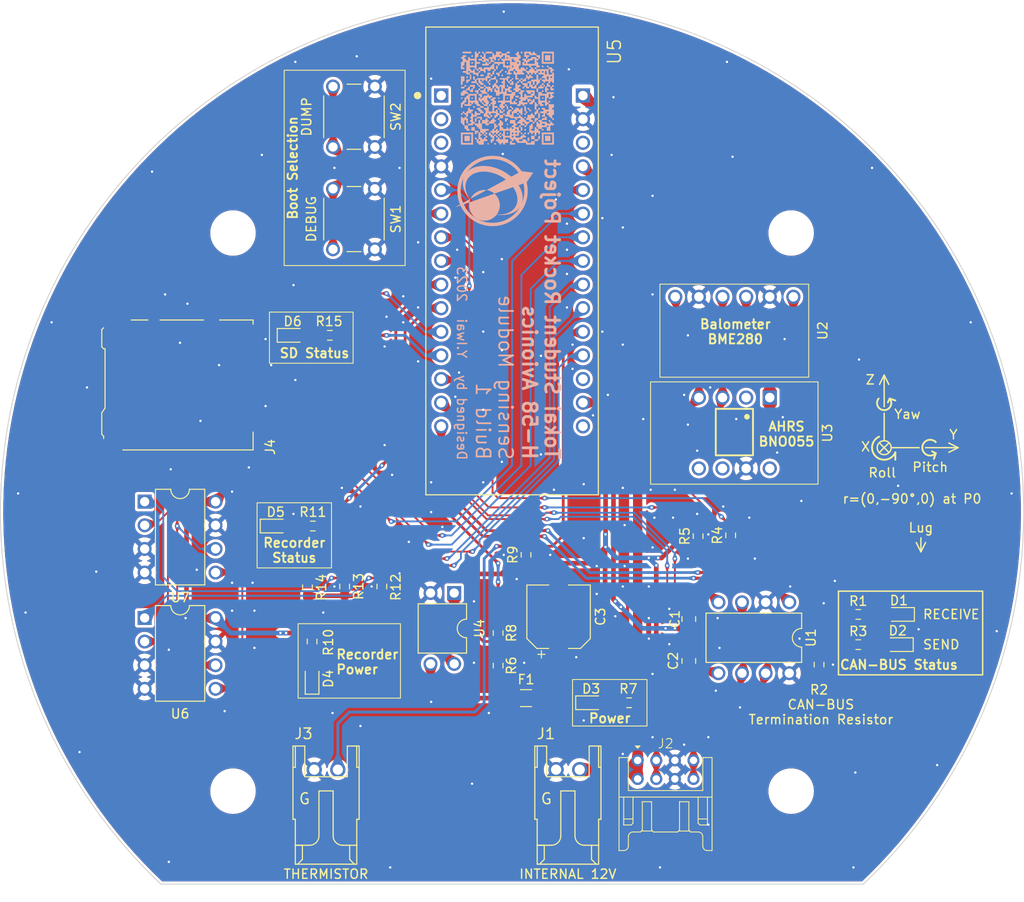
<source format=kicad_pcb>
(kicad_pcb (version 20221018) (generator pcbnew)
  (layers (0 "F.Cu" signal) (31 "B.Cu" signal) (34 "B.Paste" user) (35 "F.Paste" user) (36 "B.SilkS" user "B.Silkscreen") (37 "F.SilkS" user "F.Silkscreen") (38 "B.Mask" user) (39 "F.Mask" user) (44 "Edge.Cuts" user))
  (net 0 "")
  (net 1 "CAN_H")
  (net 2 "GND")
  (net 3 "+5V")
  (net 4 "+3.3V")
  (net 5 "CAN_L")
  (net 6 "CAN_TX")
  (net 7 "CAN_RX")
  (net 8 "+12V")
  (net 9 "Net-(D3-A)")
  (net 10 "Net-(D2-A)")
  (net 14 "Net-(R11-Pad1)")
  (net 15 "Net-(D1-A)")
  (net 18 "THERMISTOR")
  (net 19 "SPI_SCLK")
  (net 20 "SPI_MOSI")
  (net 21 "SPI_MISO")
  (net 22 "SPI_CS_SD")
  (net 23 "SPI_CS_FRAM1")
  (net 24 "SPI_CS_FRAM0")
  (net 25 "Net-(F1-Pad2)")
  (net 26 "Net-(D4-A)")
  (net 27 "MEMORY_POWER_CONTROL")
  (net 28 "MEMORY_POWER")
  (net 29 "I2C_SDA")
  (net 30 "I2C_SCL")
  (net 31 "Net-(D5-A)")
  (net 32 "Net-(D6-A)")
  (net 33 "SD_STATUS")
  (net 34 "CAN_SEND_STATUS")
  (net 35 "CAN_RECEIVE_STATUS")
  (net 41 "RECORD_STATUS")
  (net 42 "SD_CHECK")
  (net 45 "DEBUG_MODE")
  (net 46 "DUMP_MODE")
  (footprint "Resistor_SMD:R_0603_1608Metric_Pad0.98x0.95mm_HandSolder" (layer "F.Cu") (at 185.7125 116)
    (fp_text reference "R1")
    (fp_text value "100Ω")
  )
  (footprint "Resistor_SMD:R_0603_1608Metric_Pad0.98x0.95mm_HandSolder" (layer "F.Cu") (at 130.5 113 90)
    (fp_text reference "R13")
    (fp_text value "4.7kΩ")
  )
  (footprint "Akizuki_BME280_Module:BME280" (layer "F.Cu") (at 180.39 90.5 180)
    (fp_text reference "U2")
    (fp_text value "~")
  )
  (footprint "Package_DIP:DIP-8_W7.62mm" (layer "F.Cu") (at 178.3 114.7 -90)
    (fp_text reference "U1")
    (fp_text value "MCP2562-E-P")
  )
  (footprint "Button_Switch_THT:SW_PUSH_6mm" (layer "F.Cu") (at 133.75 70.25 -90)
    (fp_text reference "SW1")
    (fp_text value "SW_Push")
  )
  (footprint "LED_SMD:LED_0603_1608Metric_Pad1.05x0.95mm_HandSolder" (layer "F.Cu") (at 123.0875 106.5)
    (fp_text reference "D5")
    (fp_text value "GREEN")
  )
  (footprint "Resistor_SMD:R_0603_1608Metric_Pad0.98x0.95mm_HandSolder" (layer "F.Cu") (at 161.0875 125.5 180)
    (fp_text reference "R7")
    (fp_text value "2kΩ")
  )
  (footprint "LED_SMD:LED_0603_1608Metric_Pad1.05x0.95mm_HandSolder" (layer "F.Cu") (at 124.9125 86)
    (fp_text reference "D6")
    (fp_text value "GREEN")
  )
  (footprint "Resistor_SMD:R_0603_1608Metric_Pad0.98x0.95mm_HandSolder" (layer "F.Cu") (at 126.5 113.0875 90)
    (fp_text reference "R14")
    (fp_text value "4.7kΩ")
  )
  (footprint "Resistor_SMD:R_0603_1608Metric_Pad0.98x0.95mm_HandSolder" (layer "F.Cu") (at 128.9125 86 180)
    (fp_text reference "R15")
    (fp_text value "300Ω")
  )
  (footprint "Resistor_SMD:R_0603_1608Metric_Pad0.98x0.95mm_HandSolder" (layer "F.Cu") (at 127.0875 106.5 180)
    (fp_text reference "R11")
    (fp_text value "300Ω")
  )
  (footprint "MountingHole:MountingHole_4.5mm" (layer "F.Cu") (at 118.5 75)
    (fp_text reference "REF**" hide)
    (fp_text value "MountingHole_4.5mm" hide)
  )
  (footprint "MountingHole:MountingHole_4.5mm" (layer "F.Cu") (at 118.5 135)
    (fp_text reference "REF**" hide)
    (fp_text value "MountingHole_4.5mm" hide)
  )
  (footprint "Capacitor_SMD:C_0805_2012Metric_Pad1.18x1.45mm_HandSolder" (layer "F.Cu") (at 167.5 116.5 90)
    (fp_text reference "C1")
    (fp_text value "0.1μF")
  )
  (footprint "LED_SMD:LED_0603_1608Metric_Pad1.05x0.95mm_HandSolder" (layer "F.Cu") (at 189.9625 119.25 180)
    (fp_text reference "D2")
    (fp_text value "ORANGE")
  )
  (footprint "MountingHole:MountingHole_4.5mm" (layer "F.Cu") (at 178.5 135)
    (fp_text reference "REF**" hide)
    (fp_text value "MountingHole_4.5mm" hide)
  )
  (footprint "Resistor_SMD:R_0603_1608Metric_Pad0.98x0.95mm_HandSolder" (layer "F.Cu") (at 185.7125 119.25)
    (fp_text reference "R3")
    (fp_text value "100Ω")
  )
  (footprint "Button_Switch_THT:SW_PUSH_6mm" (layer "F.Cu") (at 133.75 59.25 -90)
    (fp_text reference "SW2")
    (fp_text value "SW_Push")
  )
  (footprint "Resistor_SMD:R_0603_1608Metric_Pad0.98x0.95mm_HandSolder" (layer "F.Cu") (at 147 121.5 -90)
    (fp_text reference "R6")
    (fp_text value "120Ω")
  )
  (footprint "MountingHole:MountingHole_4.5mm" (layer "F.Cu") (at 178.5 75)
    (fp_text reference "REF**" hide)
    (fp_text value "MountingHole_4.5mm" hide)
  )
  (footprint "Package_DIP:DIP-4_W7.62mm" (layer "F.Cu") (at 142.275 113.7 -90)
    (fp_text reference "U4")
    (fp_text value "TLP222A")
  )
  (footprint "LED_SMD:LED_0603_1608Metric_Pad1.05x0.95mm_HandSolder" (layer "F.Cu") (at 190.0875 116 180)
    (fp_text reference "D1")
    (fp_text value "ORANGE")
  )
  (footprint "Capacitor_SMD:C_0805_2012Metric_Pad1.18x1.45mm_HandSolder" (layer "F.Cu") (at 167.5 121 90)
    (fp_text reference "C2")
    (fp_text value "0.1μF")
  )
  (footprint "Resistor_SMD:R_0603_1608Metric_Pad0.98x0.95mm_HandSolder" (layer "F.Cu") (at 181.5 121.4 90)
    (fp_text reference "R2")
    (fp_text value "120R1/4W")
  )
  (footprint "Resistor_SMD:R_0603_1608Metric_Pad0.98x0.95mm_HandSolder" (layer "F.Cu") (at 150 109.5875 90)
    (fp_text reference "R9")
    (fp_text value "10kΩ")
  )
  (footprint "Resistor_SMD:R_0603_1608Metric_Pad0.98x0.95mm_HandSolder" (layer "F.Cu") (at 172 107.5 90)
    (fp_text reference "R4")
    (fp_text value "10kΩ")
  )
  (footprint "Hirose_Connector:Hirose_DF1B" (layer "F.Cu") (at 153.23 132.69)
    (fp_text reference "J1")
    (fp_text value "Conn_01x02")
  )
  (footprint "LED_SMD:LED_0603_1608Metric_Pad1.05x0.95mm_HandSolder" (layer "F.Cu") (at 157 125.5)
    (fp_text reference "D3")
    (fp_text value "RED")
  )
  (footprint "Akizuki_BNO055_Module:BNO055" (layer "F.Cu") (at 181.26 96.5 -90)
    (fp_text reference "U3")
    (fp_text value "~")
  )
  (footprint "NUCLEO-F303K8:MODULE_NUCLEO-F303K8" (layer "F.Cu") (at 148.5 78)
    (fp_text reference "U5")
    (fp_text value "NUCLEO-F303K8")
  )
  (footprint "Resistor_SMD:R_0603_1608Metric_Pad0.98x0.95mm_HandSolder" (layer "F.Cu") (at 134.5 113 90)
    (fp_text reference "R12")
    (fp_text value "4.7kΩ")
  )
  (footprint "Package_DIP:DIP-8_W7.62mm" (layer "F.Cu") (at 109 116.38)
    (fp_text reference "U6")
    (fp_text value "MB85RS2MT")
  )
  (footprint "Fuse:Fuse_1206_3216Metric_Pad1.42x1.75mm_HandSolder" (layer "F.Cu") (at 150 125 180)
    (fp_text reference "F1")
    (fp_text value "Polyfuse")
  )
  (footprint "Hirose_Connector:Hirose_DF11B-8DP-2DS" (layer "F.Cu") (at 162 131.69)
    (fp_text reference "J2")
    (fp_text value "Conn_01x08")
  )
  (footprint "Resistor_SMD:R_0603_1608Metric_Pad0.98x0.95mm_HandSolder" (layer "F.Cu") (at 168.5 107.5875 90)
    (fp_text reference "R5")
    (fp_text value "10kΩ")
  )
  (footprint "Hirose_Connector:Hirose_DF1B" (layer "F.Cu") (at 127.23 132.69)
    (fp_text reference "J3")
    (fp_text value "Conn_01x02_Pin")
  )
  (footprint "LED_SMD:LED_0603_1608Metric_Pad1.05x0.95mm_HandSolder" (layer "F.Cu") (at 127 122.9125 90)
    (fp_text reference "D4")
    (fp_text value "RED")
  )
  (footprint "Capacitor_SMD:CP_Elec_6.3x7.7" (layer "F.Cu") (at 153.5 116.25 90)
    (fp_text reference "C3")
    (fp_text value "100μF")
  )
  (footprint "Resistor_SMD:R_0603_1608Metric_Pad0.98x0.95mm_HandSolder" (layer "F.Cu") (at 147 118 -90)
    (fp_text reference "R8")
    (fp_text value "120Ω")
  )
  (footprint "Package_DIP:DIP-8_W7.62mm" (layer "F.Cu") (at 109 103.88)
    (fp_text reference "U7")
    (fp_text value "MB85RS2MT")
  )
  (footprint "Resistor_SMD:R_0603_1608Metric_Pad0.98x0.95mm_HandSolder" (layer "F.Cu") (at 127 118.9125 -90)
    (fp_text reference "R10")
    (fp_text value "300Ω")
  )
  (footprint "Connector_Card:microSD_HC_Hirose_DM3AT-SF-PEJM5" (layer "F.Cu") (at 112.775 91.325 -90)
    (fp_text reference "J4")
    (fp_text value "Micro_SD_Card_Det_Hirose_DM3AT")
  )
  (footprint "LOGO" (layer "B.Cu") (at 148 60.5 90)
    (fp_text reference "G***" hide)
    (fp_text value "LOGO" hide)
  )
  (footprint "LOGO" (layer "B.Cu") (at 146.5 70.5 90)
    (fp_text reference "G***" hide)
    (fp_text value "LOGO" hide)
  )
  (gr_line (start 192.45 109.275) (end 191.95 108.275) (stroke (width 0.153)) (layer "F.SilkS"))
  (gr_rect (start 155 123) (end 163 128) (stroke (width 0.1)) (fill none) (layer "F.SilkS"))
  (gr_rect (start 170.4 93.9) (end 174.4 98.9) (stroke (width 0.2)) (fill none) (layer "F.SilkS"))
  (gr_line (start 189.25 98.075) (end 192.251472 98.075) (stroke (width 0.153)) (layer "F.SilkS"))
  (gr_line (start 188.5 97.325) (end 188.5 94.375) (stroke (width 0.153)) (layer "F.SilkS"))
  (gr_arc (start 189.1 92.8) (mid 188.5 94.040261) (end 187.9 92.8) (stroke (width 0.2)) (layer "F.SilkS"))
  (gr_line (start 193.848528 99.275) (end 194.048528 98.675) (stroke (width 0.2)) (layer "F.SilkS"))
  (gr_line (start 188.5 90.275) (end 188 91.275) (stroke (width 0.153)) (layer "F.SilkS"))
  (gr_line (start 193.648528 98.475) (end 194.048528 98.675) (stroke (width 0.2)) (layer "F.SilkS"))
  (gr_rect (start 122.4125 83.5) (end 131.4125 89) (stroke (width 0.1)) (fill none) (layer "F.SilkS"))
  (gr_circle (center 188.5 98.075) (end 189.25 98.075) (stroke (width 0.153)) (fill none) (layer "F.SilkS"))
  (gr_line (start 188.5 90.275) (end 189 91.275) (stroke (width 0.153)) (layer "F.SilkS"))
  (gr_line (start 189.7 98.575) (end 189.7 99.375) (stroke (width 0.2)) (layer "F.SilkS"))
  (gr_rect (start 121.0875 104) (end 129.0875 111) (stroke (width 0.1)) (fill none) (layer "F.SilkS"))
  (gr_line (start 196.448528 98.075) (end 195.448528 97.575) (stroke (width 0.153)) (layer "F.SilkS"))
  (gr_line (start 189.1 92.8) (end 189.7 93) (stroke (width 0.2)) (layer "F.SilkS"))
  (gr_line (start 188.5 93.675) (end 188.5 90.275) (stroke (width 0.153)) (layer "F.SilkS"))
  (gr_arc (start 189.7 98.575) (mid 187.597658 99.010272) (end 187.954635 96.89327) (stroke (width 0.2)) (layer "F.SilkS"))
  (gr_rect (start 183.5875 113.5) (end 199.0875 122.5) (stroke (width 0.153)) (fill none) (layer "F.SilkS"))
  (gr_circle (center 173.75 94.75) (end 173.95 94.75) (stroke (width 0.2)) (fill solid) (layer "F.SilkS"))
  (gr_line (start 189.1 92.8) (end 188.9 93.2) (stroke (width 0.2)) (layer "F.SilkS"))
  (gr_line (start 196.448528 98.075) (end 195.448528 98.575) (stroke (width 0.153)) (layer "F.SilkS"))
  (gr_rect (start 124 57.5) (end 137 78.5) (stroke (width 0.1)) (fill none) (layer "F.SilkS"))
  (gr_line (start 189 97.575) (end 188 98.575) (stroke (width 0.153)) (layer "F.SilkS"))
  (gr_line (start 192.45 107.775) (end 192.45 109.275) (stroke (width 0.153)) (layer "F.SilkS"))
  (gr_rect (start 125.5 117) (end 136.5 125) (stroke (width 0.1)) (fill none) (layer "F.SilkS"))
  (gr_line (start 188 97.575) (end 189 98.575) (stroke (width 0.153)) (layer "F.SilkS"))
  (gr_arc (start 194.048528 98.675) (mid 192.6 98.075) (end 194.048528 97.475) (stroke (width 0.2)) (layer "F.SilkS"))
  (gr_line (start 192.45 109.275) (end 192.95 108.275) (stroke (width 0.153)) (layer "F.SilkS"))
  (gr_line (start 192.948528 98.075) (end 196.448528 98.075) (stroke (width 0.153)) (layer "F.SilkS"))
  (gr_arc locked (start 110.75 145) (mid 148.5 49.999432) (end 186.25 145) (stroke (width 0.1)) (layer "Edge.Cuts"))
  (gr_line locked (start 186.25 145) (end 110.75 145) (stroke (width 0.1)) (layer "Edge.Cuts"))
  (gr_text "Designed by 　Y.Iwai 　2023" (at 142.5 99.5 270) (layer "B.SilkS") (effects (font (size 1 1) (thickness 0.153)) (justify left bottom mirror)))
  (gr_text "Tokai Student Rocket Poject\nH-58 Avionics" (at 149.5 99.5 270) (layer "B.SilkS") (effects (font (size 1.5 1.5) (thickness 0.3) bold) (justify left bottom mirror)))
  (gr_text "Sensing Module\nBuild 1" (at 144.5 99.5 270) (layer "B.SilkS") (effects (font (size 1.5 1.5) (thickness 0.1875)) (justify left bottom mirror)))
  (gr_text "Boot Selection\n" (at 125.5 68 90) (layer "F.SilkS") (effects (font (size 1 1) (thickness 0.2) bold) (justify bottom)))
  (gr_text "Recorder\nPower" (at 129.5 122.5) (layer "F.SilkS") (effects (font (size 1 1) (thickness 0.2) bold) (justify left bottom)))
  (gr_text "Pitch" (at 193.448528 100.175) (layer "F.SilkS") (effects (font (size 1 1) (thickness 0.153))))
  (gr_text "SD Status" (at 123.4125 88.5) (layer "F.SilkS") (effects (font (size 1 1) (thickness 0.2) bold) (justify left bottom)))
  (gr_text "RECEIVE" (at 192.5875 116) (layer "F.SilkS") (effects (font (size 1 1) (thickness 0.153)) (justify left)))
  (gr_text "AHRS\nBNO055" (at 178 98) (layer "F.SilkS") (effects (font (size 1 1) (thickness 0.2) bold) (justify bottom)))
  (gr_text "r=(0,-90°,0) at P0" (at 191.5 103.575) (layer "F.SilkS") (effects (font (size 1 1) (thickness 0.153))))
  (gr_text "INTERNAL 12V" (at 154.5 144.5) (layer "F.SilkS") (effects (font (size 1 1) (thickness 0.153)) (justify bottom)))
  (gr_text "Balometer\nBME280" (at 172.5 87) (layer "F.SilkS") (effects (font (size 1 1) (thickness 0.2) bold) (justify bottom)))
  (gr_text "SEND" (at 192.5875 119.25) (layer "F.SilkS") (effects (font (size 1 1) (thickness 0.153)) (justify left)))
  (gr_text "Power" (at 159 127.75) (layer "F.SilkS") (effects (font (size 1 1) (thickness 0.2) bold) (justify bottom)))
  (gr_text "Yaw" (at 191 94.475) (layer "F.SilkS") (effects (font (size 1 1) (thickness 0.153))))
  (gr_text "Y" (at 195.948528 96.675) (layer "F.SilkS") (effects (font (size 1 1) (thickness 0.153))))
  (gr_text "THERMISTOR" (at 128.5 144.5) (layer "F.SilkS") (effects (font (size 1 1) (thickness 0.153)) (justify bottom)))
  (gr_text "DUMP" (at 127 62.5 90) (layer "F.SilkS") (effects (font (size 1 1) (thickness 0.153)) (justify bottom)))
  (gr_text "Recorder\nStatus\n" (at 125.0875 110.5) (layer "F.SilkS") (effects (font (size 1 1) (thickness 0.2) bold) (justify bottom)))
  (gr_text "Lug" (at 192.45 106.675) (layer "F.SilkS") (effects (font (size 1 1) (thickness 0.153))))
  (gr_text "Z" (at 187 90.775) (layer "F.SilkS") (effects (font (size 1 1) (thickness 0.154))))
  (gr_text "Roll" (at 188.3 100.775) (layer "F.SilkS") (effects (font (size 1 1) (thickness 0.153))))
  (gr_text "CAN-BUS Status" (at 190.0875 122) (layer "F.SilkS") (effects (font (size 1 1) (thickness 0.2) bold) (justify bottom)))
  (gr_text "CAN-BUS\nTermination Resistor" (at 181.7 126.5) (layer "F.SilkS") (effects (font (size 1 1) (thickness 0.153))))
  (gr_text "DEBUG" (at 127.5 73.5 90) (layer "F.SilkS") (effects (font (size 1 1) (thickness 0.153)) (justify bottom)))
  (gr_text "X" (at 186.5 97.975) (layer "F.SilkS") (effects (font (size 1 1) (thickness 0.153))))
  (segment (start 175.76 123.24) (end 175.76 122.32) (width 0.2) (layer "F.Cu") (net 1))
  (segment (start 175.76 122.32) (end 175.76 121.34) (width 0.2) (layer "F.Cu") (net 1))
  (segment (start 172.365686 124.9) (end 174.1 124.9) (width 0.2) (layer "F.Cu") (net 1))
  (segment (start 174.1 124.9) (end 175.76 123.24) (width 0.2) (layer "F.Cu") (net 1))
  (segment (start 168 129.265686) (end 172.365686 124.9) (width 0.2) (layer "F.Cu") (net 1))
  (segment (start 168 131.69) (end 168 129.265686) (width 0.2) (layer "F.Cu") (net 1))
  (segment (start 180.8125 122.3125) (end 181.5 122.3125) (width 0.2) (layer "F.Cu") (net 1))
  (segment (start 176.7 120.4) (end 178.9 120.4) (width 0.2) (layer "F.Cu") (net 1))
  (segment (start 178.9 120.4) (end 180.8125 122.3125) (width 0.2) (layer "F.Cu") (net 1))
  (segment (start 168 133.69) (end 168 131.69) (width 0.2) (layer "F.Cu") (net 1))
  (segment (start 175.76 121.34) (end 176.7 120.4) (width 0.2) (layer "F.Cu") (net 1))
  (via (at 157.6 110.8) (size 0.51) (drill 0.25) (layers "F.Cu" "B.Cu") (net 2))
  (via (at 179.4 118.6) (size 0.51) (drill 0.25) (layers "F.Cu" "B.Cu") (net 2))
  (via (at 177.6 94.8) (size 0.51) (drill 0.25) (layers "F.Cu" "B.Cu") (net 2))
  (via (at 145.4 85.6) (size 0.51) (drill 0.25) (layers "F.Cu" "B.Cu") (net 2))
  (via (at 163.8 105.6) (size 0.51) (drill 0.25) (layers "F.Cu" "B.Cu") (net 2))
  (via (at 157.6 113.8) (size 0.51) (drill 0.25) (layers "F.Cu" "B.Cu") (net 2))
  (via (at 136.4 68) (size 0.51) (drill 0.25) (layers "F.Cu" "B.Cu") (net 2))
  (via (at 166 102.6) (size 0.51) (drill 0.25) (layers "F.Cu" "B.Cu") (net 2))
  (via (at 165.4 115.4) (size 0.51) (drill 0.25) (layers "F.Cu" "B.Cu") (net 2))
  (via (at 133.4 113) (size 0.51) (drill 0.25) (layers "F.Cu" "B.Cu") (net 2))
  (via (at 135.6 101) (size 0.51) (drill 0.25) (layers "F.Cu" "B.Cu") (net 2))
  (via (at 173 126) (size 0.51) (drill 0.25) (layers "F.Cu" "B.Cu") (net 2))
  (via (at 131.8 56) (size 0.51) (drill 0.25) (layers "F.Cu" "B.Cu") (net 2))
  (via (at 156.2 127.4) (size 0.51) (drill 0.25) (layers "F.Cu" "B.Cu") (net 2))
  (via (at 136.4 111.6) (size 0.51) (drill 0.25) (layers "F.Cu" "B.Cu") (net 2))
  (via (at 138.4 76) (size 0.51) (drill 0.25) (layers "F.Cu" "B.Cu") (net 2))
  (via (at 103.8 111.4) (size 0.51) (drill 0.25) (layers "F.Cu" "B.Cu") (net 2))
  (via (at 147.4 99.6) (size 0.51) (drill 0.25) (layers "F.Cu" "B.Cu") (net 2))
  (via (at 163.6 108.8) (size 0.51) (drill 0.25) (layers "F.Cu" "B.Cu") (net 2))
  (via (at 142.4 79.8) (size 0.51) (drill 0.25) (layers "F.Cu" "B.Cu") (net 2))
  (via (at 155.4 120.6) (size 0.51) (drill 0.25) (layers "F.Cu" "B.Cu") (net 2))
  (via (at 158.2 85.6) (size 0.51) (drill 0.25) (layers "F.Cu" "B.Cu") (net 2))
  (via (at 164.4 143.2) (size 0.51) (drill 0.25) (layers "F.Cu" "B.Cu") (net 2))
  (via (at 170.6 116.4) (size 0.51) (drill 0.25) (layers "F.Cu" "B.Cu") (net 2))
  (via (at 170.4 124.2) (size 0.51) (drill 0.25) (layers "F.Cu" "B.Cu") (net 2))
  (via (at 163.6 129.2) (size 0.51) (drill 0.25) (layers "F.Cu" "B.Cu") (net 2))
  (via (at 156.2 107.8) (size 0.51) (drill 0.25) (layers "F.Cu" "B.Cu") (net 2))
  (via (at 169.8 91.6) (size 0.51) (drill 0.25) (layers "F.Cu" "B.Cu") (net 2))
  (via (at 122 86.4) (size 0.51) (drill 0.25) (layers "F.Cu" "B.Cu") (net 2))
  (via (at 95.4 103) (size 0.51) (drill 0.25) (layers "F.Cu" "B.Cu") (net 2))
  (via (at 146 126.6) (size 0.51) (drill 0.25) (layers "F.Cu" "B.Cu") (net 2))
  (via (at 169.6 138.6) (size 0.51) (drill 0.25) (layers "F.Cu" "B.Cu") (net 2))
  (via (at 167.4 110) (size 0.51) (drill 0.25) (layers "F.Cu" "B.Cu") (net 2))
  (via (at 135 84) (size 0.51) (drill 0.25) (layers "F.Cu" "B.Cu") (net 2))
  (via (at 111.6 142.6) (size 0.51) (drill 0.25) (layers "F.Cu" "B.Cu") (net 2))
  (via (at 142.6 76.8) (size 0.51) (drill 0.25) (layers "F.Cu" "B.Cu") (net 2))
  (via (at 147.5 66.5) (size 0.51) (drill 0.25) (layers "F.Cu" "B.Cu") (net 2))
  (via (at 132.2 104.4) (size 0.51) (drill 0.25) (layers "F.Cu" "B.Cu") (net 2))
  (via (at 170.8 119.6) (size 0.51) (drill 0.25) (layers "F.Cu" "B.Cu") (net 2))
  (via (at 113.4 116.4) (size 0.51) (drill 0.25) (layers "F.Cu" "B.Cu") (net 2))
  (via (at 159.2 66.6) (size 0.51) (drill 0.25) (layers "F.Cu" "B.Cu") (net 2))
  (via (at 129.4 113) (size 0.51) (drill 0.25) (layers "F.Cu" "B.Cu") (net 2))
  (via (at 174.6 110) (size 0.51) (drill 0.25) (layers "F.Cu" "B.Cu") (net 2))
  (via (at 122.6 89.2) (size 0.51) (drill 0.25) (layers "F.Cu" "B.Cu") (net 2))
  (via (at 153.2 71.4) (size 0.51) (drill 0.25) (layers "F.Cu" "B.Cu") (net 2))
  (via (at 145.4 94) (size 0.51) (drill 0.25) (layers "F.Cu" "B.Cu") (net 2))
  (via (at 149 112.2) (size 0.51) (drill 0.25) (layers "F.Cu" "B.Cu") (net 2))
  (via (at 167 130) (size 0.51) (drill 0.25) (layers "F.Cu" "B.Cu") (net 2))
  (via (at 183 121.4) (size 0.51) (drill 0.25) (layers "F.Cu" "B.Cu") (net 2))
  (via (at 158.2 73.4) (size 0.51) (drill 0.25) (layers "F.Cu" "B.Cu") (net 2))
  (via (at 147.4 87.6) (size 0.51) (drill 0.25) (layers "F.Cu" "B.Cu") (net 2))
  (via (at 142.4 92.6) (size 0.51) (drill 0.25) (layers "F.Cu" "B.Cu") (net 2))
  (via (at 163.2 113) (size 0.51) (drill 0.25) (layers "F.Cu" "B.Cu") (net 2))
  (via (at 174 105.6) (size 0.51) (drill 0.25) (layers "F.Cu" "B.Cu") (net 2))
  (via (at 185.8 88.6) (size 0.51) (drill 0.25) (layers "F.Cu" "B.Cu") (net 2))
  (via (at 120.8 115.6) (size 0.51) (drill 0.25) (layers "F.Cu" "B.Cu") (net 2))
  (via (at 190 102.175) (size 0.51) (drill 0.25) (layers "F.Cu" "B.Cu") (net 2))
  (via (at 163.6 122.4) (size 0.51) (drill 0.25) (layers "F.Cu" "B.Cu") (net 2))
  (via (at 118.4 115.6) (size 0.51) (drill 0.25) (layers "F.Cu" "B.Cu") (net 2))
  (via (at 137.4 108.2) (size 0.51) (drill 0.25) (layers "F.Cu" "B.Cu") (net 2))
  (via (at 152.6 109.6) (size 0.51) (drill 0.25) (layers "F.Cu" "B.Cu") (net 2))
  (via (at 169.6 107.4) (size 0.51) (drill 0.25) (layers "F.Cu" "B.Cu") (net 2))
  (via (at 117 89.2) (size 0.51) (drill 0.25) (layers "F.Cu" "B.Cu") (net 2))
  (via (at 154.4 76.8) (size 0.51) (drill 0.25) (layers "F.Cu" "B.Cu") (net 2))
  (via (at 163.6 71) (size 0.51) (drill 0.25) (layers "F.Cu" "B.Cu") (net 2))
  (via (at 111.6 119.8) (size 0.51) (drill 0.25) (layers "F.Cu" "B.Cu") (net 2))
  (via (at 160.4 102.4) (size 0.51) (drill 0.25) (layers "F.Cu" "B.Cu") (net 2))
  (via (at 160.4 131) (size 0.51) (drill 0.25) (layers "F.Cu" "B.Cu") (net 2))
  (via (at 141 106.6) (size 0.51) (drill 0.25) (layers "F.Cu" "B.Cu") (net 2))
  (via (at 163.6 81.6) (size 0.51) (drill 0.25) (layers "F.Cu" "B.Cu") (net 2))
  (via (at 154.4 74) (size 0.51) (drill 0.25) (layers "F.Cu" "B.Cu") (net 2))
  (via (at 154.4 79.4) (size 0.51) (drill 0.25) (layers "F.Cu" "B.Cu") (net 2))
  (via (at 159.6 116.2) (size 0.51) (drill 0.25) (layers "F.Cu" "B.Cu") (net 2))
  (via (at 167.4 86) (size 0.51) (drill 0.25) (layers "F.Cu" "B.Cu") (net 2))
  (via (at 121.6 66.6) (size 0.51) (drill 0.25) (layers "F.Cu" "B.Cu") (net 2))
  (via (at 139.8 125.4) (size 0.51) (drill 0.25) (layers "F.Cu" "B.Cu") (net 2))
  (via (at 111.8 100.4) (size 0.51) (drill 0.25) (layers "F.Cu" "B.Cu") (net 2))
  (via (at 118.4 102.8) (size 0.51) (drill 0.25) (layers "F.Cu" "B.Cu") (net 2))
  (via (at 165.8 105.6) (size 0.51) (drill 0.25) (layers "F.Cu" "B.Cu") (net 2))
  (via (at 113.6 82.6) (size 0.51) (drill 0.25) (layers "F.Cu" "B.Cu") (net 2))
  (via (at 160.4 113) (size 0.51) (drill 0.25) (layers "F.Cu" "B.Cu") (net 2))
  (via (at 139.8 58.4) (size 0.51) (drill 0.25) (layers "F.Cu" "B.Cu") (net 2))
  (via (at 136.8 84.6) (size 0.51) (drill 0.25) (layers "F.Cu" "B.Cu") (net 2))
  (via (at 169.6 129.2) (size 0.51) (drill 0.25) (layers "F.Cu" "B.Cu") (net 2))
  (via (at 153 102.6) (size 0.51) (drill 0.25) (layers "F.Cu" "B.Cu") (net 2))
  (via (at 149.8 121.2) (size 0.51) (drill 0.25) (layers "F.Cu" "B.Cu") (net 2))
  (via (at 118.4 112.6) (size 0.51) (drill 0.25) (layers "F.Cu" "B.Cu") (net 2))
  (via (at 112.8 86.8) (size 0.51) (drill 0.25) (layers "F.Cu" "B.Cu") (net 2))
  (via (at 174.8 86.4) (size 0.51) (drill 0.25) (layers "F.Cu" "B.Cu") (net 2))
  (via (at 147.4 77.8) (size 0.51) (drill 0.25) (layers "F.Cu" "B.Cu") (net 2))
  (via (at 132.2 128) (size 0.51) (drill 0.25) (layers "F.Cu" "B.Cu") (net 2))
  (via (at 154.4 83) (size 0.51) (drill 0.25) (layers "F.Cu" "B.Cu") (net 2))
  (via (at 122 93.6) (size 0.51) (drill 0.25) (layers "F.Cu" "B.Cu") (net 2))
  (via (at 125.2 56.6) (size 0.51) (drill 0.25) (layers "F.Cu" "B.Cu") (net 2))
  (via (at 111.2 81.6) (size 0.51) (drill 0.25) (layers "F.Cu" "B.Cu") (net 2))
  (via (at 139.8 105) (size 0.51) (drill 0.25) (layers "F.Cu" "B.Cu") (net 2))
  (via (at 183.2 112.4) (size 0.51) (drill 0.25) (layers "F.Cu" "B.Cu") (net 2))
  (via (at 179.6 103.8) (size 0.51) (drill 0.25) (layers "F.Cu" "B.Cu") (net 2))
  (via (at 160.4 74.4) (size 0.51) (drill 0.25) (layers "F.Cu" "B.Cu") (net 2))
  (via (at 160.4 87) (size 0.51) (drill 0.25) (layers "F.Cu" "B.Cu") (net 2))
  (via (at 177.8 86.4) (size 0.51) (drill 0.25) (layers "F.Cu" "B.Cu") (net 2))
  (via (at 102 130.8) (size 0.51) (drill 0.25) (layers "F.Cu" "B.Cu") (net 2))
  (via (at 154.6 57.4) (size 0.51) (drill 0.25) (layers "F.Cu" "B.Cu") (net 2))
  (via (at 144.2 134.2) (size 0.51) (drill 0.25) (layers "F.Cu" "B.Cu") (net 2))
  (via (at 171.2 104.4) (size 0.51) (drill 0.25) (layers "F.Cu" "B.Cu") (net 2))
  (via (at 130.2 102.4) (size 0.51) (drill 0.25) (layers "F.Cu" "B.Cu") (net 2))
  (via (at 194.2 132.2) (size 0.51) (drill 0.25) (layers "F.Cu" "B.Cu") (net 2))
  (via (at 160.6 110.8) (size 0.51) (drill 0.25) (layers "F.Cu" "B.Cu") (net 2))
  (via (at 134.8 97.8) (size 0.51) (drill 0.25) (layers "F.Cu" "B.Cu") (net 2))
  (via (at 167 92.4) (size 0.51) (drill 0.25) (layers "F.Cu" "B.Cu") (net 2))
  (via (at 163.2 116.4) (size 0.51) (drill 0.25) (layers "F.Cu" "B.Cu") (net 2))
  (via (at 147.6 109.6) (size 0.51) (drill 0.25) (layers "F.Cu" "B.Cu") (net 2))
  (via (at 102.8 91.6) (size 0.51) (drill 0.25) (layers "F.Cu" "B.Cu") (net 2))
  (via (at 155 87) (size 0.51) (drill 0.25) (layers "F.Cu" "B.Cu") (net 2))
  (via (at 151.6 98.8) (size 0.51) (drill 0.25) (layers "F.Cu" "B.Cu") (net 2))
  (via (at 151.6 88.2) (size 0.51) (drill 0.25) (layers "F.Cu" "B.Cu") (net 2))
  (via (at 139.8 101.8) (size 0.51) (drill 0.25) (layers "F.Cu" "B.Cu") (net 2))
  (via (at 167.4 95.6) (size 0.51) (drill 0.25) (layers "F.Cu" "B.Cu") (net 2))
  (via (at 142.8 90) (size 0.51) (drill 0.25) (layers "F.Cu" "B.Cu") (net 2))
  (via (at 163.2 118.6) (size 0.51) (drill 0.25) (layers "F.Cu" "B.Cu") (net 2))
  (via (at 172.2 66.8) (size 0.51) (drill 0.25) (layers "F.Cu" "B.Cu") (net 2))
  (via (at 144.4 114.6) (size 0.51) (drill 0.25) (layers "F.Cu" "B.Cu") (net 2))
  (via (at 96.2 115.8) (size 0.51) (drill 0.25) (layers "F.Cu" "B.Cu") (net 2))
  (via (at 109.8 68.4) (size 0.51) (drill 0.25) (layers "F.Cu" "B.Cu") (net 2))
  (via (at 129.2 126.6) (size 0.51) (drill 0.25) (layers "F.Cu" "B.Cu") (net 2))
  (via (at 163.4 102.6) (size 0.51) (drill 0.25) (layers "F.Cu" "B.Cu") (net 2))
  (via (at 162.6 95) (size 0.51) (drill 0.25) (layers "F.Cu" "B.Cu") (net 2))
  (via (at 144.4 121.2) (size 0.51) (drill 0.25) (layers "F.Cu" "B.Cu") (net 2))
  (via (at 200.6 117.8) (size 0.51) (drill 0.25) (layers "F.Cu" "B.Cu") (net 2))
  (via (at 135.4 143.2) (size 0.51) (drill 0.25) (layers "F.Cu" "B.Cu") (net 2))
  (via (at 145.4 79.2) (size 0.51) (drill 0.25) (layers "F.Cu" "B.Cu") (net 2))
  (via (at 136.8 81.8) (size 0.51) (drill 0.25) (layers "F.Cu" "B.Cu") (net 2))
  (via (at 145.4 101.8) (size 0.51) (drill 0.25) (layers "F.Cu" "B.Cu") (net 2))
  (via (at 125 80.6) (size 0.51) (drill 0.25) (layers "F.Cu" "B.Cu") (net 2))
  (via (at 197.8 84.6) (size 0.51) (drill 0.25) (layers "F.Cu" "B.Cu") (net 2))
  (via (at 114.6 111.2) (size 0.51) (drill 0.25) (layers "F.Cu" "B.Cu") (net 2))
  (via (at 117.6 126.4) (size 0.51) (drill 0.25) (layers "F.Cu" "B.Cu") (net 2))
  (via (at 185.2 143.2) (size 0.51) (drill 0.25) (layers "F.Cu" "B.Cu") (net 2))
  (via (at 168.4 98.4) (size 0.51) (drill 0.25) (layers "F.Cu" "B.Cu") (net 2))
  (via (at 120.6 112.6) (size 0.51) (drill 0.25) (layers "F.Cu" "B.Cu") (net 2))
  (via (at 125 105.2) (size 0.51) (drill 0.25) (layers "F.Cu" "B.Cu") (net 2))
  (via (at 155 89.6) (size 0.51) (drill 0.25) (layers "F.Cu" "B.Cu") (net 2))
  (via (at 202.2 103) (size 0.51) (drill 0.25) (layers "F.Cu" "B.Cu") (net 2))
  (via (at 171.6 56.6) (size 0.51) (drill 0.25) (layers "F.Cu" "B.Cu") (net 2))
  (via (at 168.4 105.2) (size 0.51) (drill 0.25) (layers "F.Cu" "B.Cu") (net 2))
  (via (at 129.4 68) (size 0.51) (drill 0.25) (layers "F.Cu" "B.Cu") (net 2))
  (via (at 187.2 68) (size 0.51) (drill 0.25) (layers "F.Cu" "B.Cu") (net 2))
  (via (at 120.8 119.6) (size 0.51) (drill 0.25) (layers "F.Cu" "B.Cu") (net 2))
  (via (at 192.2 117.6) (size 0.51) (drill 0.25) (layers "F.Cu" "B.Cu") (net 2))
  (via (at 157.2 94.6) (size 0.51) (drill 0.25) (layers "F.Cu" "B.Cu") (net 2))
  (via (at 165.4 119.2) (size 0.51) (drill 0.25) (layers "F.Cu" "B.Cu") (net 2))
  (via (at 185.4 133) (size 0.51) (drill 0.25) (layers "F.Cu" "B.Cu") (net 2))
  (via (at 120.2 100.2) (size 0.51) (drill 0.25) (layers "F.Cu" "B.Cu") (net 2))
  (via (at 178.4 113) (size 0.51) (drill 0.25) (layers "F.Cu" "B.Cu") (net 2))
  (via (at 182 114.8) (size 0.51) (drill 0.25) (layers "F.Cu" "B.Cu") (net 2))
  (via (at 159.4 60.4) (size 0.51) (drill 0.25) (layers "F.Cu" "B.Cu") (net 2))
  (via (at 99 84.6) (size 0.51) (drill 0.25) (layers "F.Cu" "B.Cu") (net 2))
  (via (at 125.2 90.8) (size 0.51) (drill 0.25) (layers "F.Cu" "B.Cu") (net 2))
  (via (at 138.4 83) (size 0.51) (drill 0.25) (layers "F.Cu" "B.Cu") (net 2))
  (via (at 158.8 92.4) (size 0.51) (drill 0.25) (layers "F.Cu" "B.Cu") (net 2))
  (via (at 172.6 95) (size 0.51) (drill 0.25) (layers "F.Cu" "B.Cu") (net 2))
  (via (at 177 98.6) (size 0.51) (drill 0.25) (layers "F.Cu" "B.Cu") (net 2))
  (via (at 138.4 88.8) (size 0.51) (drill 0.25) (layers "F.Cu" "B.Cu") (net 2))
  (via (at 134.8 87.2) (size 0.51) (drill 0.25) (layers "F.Cu" "B.Cu") (net 2))
  (via (at 115 95.2) (size 0.51) (drill 0.25) (layers "F.Cu" "B.Cu") (net 2))
  (via (at 160.6 106.4) (size 0.51) (drill 0.25) (layers "F.Cu" "B.Cu") (net 2))
  (via (at 128.2 115.8) (size 0.51) (drill 0.25) (layers "F.Cu" "B.Cu") (net 2))
  (via (at 147.6 51.2) (size 0.51) (drill 0.25) (layers "F.Cu" "B.Cu") (net 2))
  (via (at 156.2 102) (size 0.51) (drill 0.25) (layers "F.Cu" "B.Cu") (net 2))
  (segment (start 173.22 116.28) (end 173.22 114.7) (width 0.5) (layer "F.Cu") (net 3))
  (segment (start 159.4 101.4) (end 160 100.8) (width 0.5) (layer "F.Cu") (net 3))
  (segment (start 160 88.6) (end 159.2 87.8) (width 0.5) (layer "F.Cu") (net 3))
  (segment (start 167.5 117.5375) (end 171.9625 117.5375) (width 0.5) (layer "F.Cu") (net 3))
  (segment (start 159.2 87.8) (end 159.2 70.92) (width 0.5) (layer "F.Cu") (net 3))
  (segment (start 165 117.5) (end 167.4625 117.5) (width 0.5) (layer "F.Cu") (net 3))
  (segment (start 159.4 114.4) (end 159.4 101.4) (width 0.5) (layer "F.Cu") (net 3))
  (segment (start 160 100.8) (end 160 88.6) (width 0.5) (layer "F.Cu") (net 3))
  (segment (start 171.9625 117.5375) (end 173.22 116.28) (width 0.5) (layer "F.Cu") (net 3))
  (segment (start 159.6 114.6) (end 159.4 114.4) (width 0.5) (layer "F.Cu") (net 3))
  (segment (start 159.6 114.6) (end 160.2 115.2) (width 0.5) (layer "F.Cu") (net 3))
  (segment (start 159.2 70.92) (end 156.12 67.84) (width 0.5) (layer "F.Cu") (net 3))
  (via (at 160.2 115.2) (size 0.51) (drill 0.25) (layers "F.Cu" "B.Cu") (net 3))
  (via (at 159.6 114.6) (size 0.51) (drill 0.25) (layers "F.Cu" "B.Cu") (net 3))
  (via (at 166 117.5) (size 0.51) (drill 0.25) (layers "F.Cu" "B.Cu") (net 3))
  (via (at 165 117.5) (size 0.51) (drill 0.25) (layers "F.Cu" "B.Cu") (net 3))
  (via (at 159.6 114.6) (size 0.51) (drill 0.25) (layers "F.Cu" "B.Cu") (net 3))
  (segment (start 159.6 114.6) (end 162.5 117.5) (width 0.5) (layer "B.Cu") (net 3))
  (segment (start 162.5 117.5) (end 165 117.5) (width 0.5) (layer "B.Cu") (net 3))
  (segment (start 166 117.5) (end 165 117.5) (width 0.5) (layer "B.Cu") (net 3))
  (segment (start 156.55 118.95) (end 153.5 118.95) (width 0.5) (layer "F.Cu") (net 4))
  (segment (start 158.55 101.05) (end 159.2 100.4) (width 0.5) (layer "F.Cu") (net 4))
  (segment (start 151.4875 120.0125) (end 151.4875 125) (width 0.5) (layer "F.Cu") (net 4))
  (segment (start 164 110.7245) (end 164 120.5375) (width 0.5) (layer "F.Cu") (net 4))
  (segment (start 167.5 122.0375) (end 170.3975 122.0375) (width 0.5) (layer "F.Cu") (net 4))
  (segment (start 158.55 108.75) (end 156.8 110.5) (width 0.5) (layer "F.Cu") (net 4))
  (segment (start 159.2 100.4) (end 159.2 94.6) (width 0.5) (layer "F.Cu") (net 4))
  (segment (start 158.55 108.75) (end 158.5 108.8) (width 0.5) (layer "F.Cu") (net 4))
  (segment (start 157.84 93.24) (end 156.12 93.24) (width 0.5) (layer "F.Cu") (net 4))
  (segment (start 148.502082 110.5) (end 147.352082 111.65) (width 0.5) (layer "F.Cu") (net 4))
  (segment (start 163.201 109.9255) (end 164.5745 109.9255) (width 0.5) (layer "F.Cu") (net 4))
  (segment (start 147.352082 111.65) (end 137.85 111.65) (width 0.5) (layer "F.Cu") (net 4))
  (segment (start 156.8 110.5) (end 148.502082 110.5) (width 0.5) (layer "F.Cu") (net 4))
  (segment (start 164 120.5375) (end 165.5 122.0375) (width 0.5) (layer "F.Cu") (net 4))
  (segment (start 159.2 94.6) (end 157.84 93.24) (width 0.5) (layer "F.Cu") (net 4))
  (segment (start 176.2 85.81) (end 173.66 83.27) (width 0.5) (layer "F.Cu") (net 4))
  (segment (start 153.5 118.95) (end 152.55 118.95) (width 0.5) (layer "F.Cu") (net 4))
  (segment (start 178.4 102.8) (end 178.4 97.4) (width 0.5) (layer "F.Cu") (net 4))
  (segment (start 165.5 122.0375) (end 167.5 122.0375) (width 0.5) (layer "F.Cu") (net 4))
  (segment (start 176.2 85.81) (end 178.74 83.27) (width 0.5) (layer "F.Cu") (net 4))
  (segment (start 152.55 118.95) (end 151.4875 120.0125) (width 0.5) (layer "F.Cu") (net 4))
  (segment (start 176.2 92.69) (end 176.2 85.81) (width 0.5) (layer "F.Cu") (net 4))
  (segment (start 137.85 111.65) (end 135.5 114) (width 0.5) (layer "F.Cu") (net 4))
  (segment (start 158.5 108.8) (end 158.5 117) (width 0.5) (layer "F.Cu") (net 4))
  (segment (start 158.5 117) (end 156.55 118.95) (width 0.5) (layer "F.Cu") (net 4))
  (segment (start 172.7 108.5) (end 178.4 102.8) (width 0.5) (layer "F.Cu") (net 4))
  (segment (start 158.55 108.75) (end 158.55 107.4) (width 0.5) (layer "F.Cu") (net 4))
  (segment (start 176.2 95.2) (end 176.2 92.69) (width 0.5) (layer "F.Cu") (net 4))
  (segment (start 178.4 97.4) (end 176.2 95.2) (width 0.5) (layer "F.Cu") (net 4))
  (segment (start 166 108.5) (end 172.7 108.5) (width 0.5) (layer "F.Cu") (net 4))
  (segment (start 164.5745 109.9255) (end 166 108.5) (width 0.5) (layer "F.Cu") (net 4))
  (segment (start 135.5 114) (end 126.5 114) (width 0.5) (layer "F.Cu") (net 4))
  (segment (start 178.74 83.27) (end 178.74 81.859) (width 0.5) (layer "F.Cu") (net 4))
  (segment (start 173.66 83.27) (end 173.66 81.859) (width 0.5) (layer "F.Cu") (net 4))
  (segment (start 158.55 108.75) (end 158.55 101.05) (width 0.5) (layer "F.Cu") (net 4))
  (via (at 163.201 109.9255) (size 0.51) (drill 0.25) (layers "F.Cu" "B.Cu") (net 4))
  (via (at 164 110.7245) (size 0.51) (drill 0.25) (layers "F.Cu" "B.Cu") (net 4))
  (via (at 158.55 107.4) (size 0.51) (drill 0.25) (layers "F.Cu" "B.Cu") (net 4))
  (via (at 158.55 108.75) (size 0.51) (drill 0.25) (layers "F.Cu" "B.Cu") (net 4))
  (via (at 164.2 109.9255) (size 0.51) (drill 0.25) (layers "F.Cu" "B.Cu") (net 4))
  (segment (start 159.7255 109.9255) (end 163.201 109.9255) (width 0.5) (layer "B.Cu") (net 4))
  (segment (start 163.201 109.9255) (end 164.2 109.9255) (width 0.5) (layer "B.Cu") (net 4))
  (segment (start 158.55 108.75) (end 159.7255 109.9255) (width 0.5) (layer "B.Cu") (net 4))
  (segment (start 158.55 108.75) (end 158.55 107.4) (width 0.5) (layer "B.Cu") (net 4))
  (segment (start 164 110.7245) (end 163.201 109.9255) (width 0.5) (layer "B.Cu") (net 4))
  (segment (start 181.0125 120) (end 174.4 120) (width 0.2) (layer "F.Cu") (net 5))
  (segment (start 165.4 129.1) (end 167.6 129.1) (width 0.2) (layer "F.Cu") (net 5))
  (segment (start 181.5 120.4875) (end 181.0125 120) (width 0.2) (layer "F.Cu") (net 5))
  (segment (start 167.6 129.1) (end 173.22 123.48) (width 0.2) (layer "F.Cu") (net 5))
  (segment (start 174.4 120) (end 173.22 121.18) (width 0.2) (layer "F.Cu") (net 5))
  (segment (start 173.22 123.48) (end 173.22 122.32) (width 0.2) (layer "F.Cu") (net 5))
  (segment (start 164 130.5) (end 165.4 129.1) (width 0.2) (layer "F.Cu") (net 5))
  (segment (start 164 131.69) (end 164 130.5) (width 0.2) (layer "F.Cu") (net 5))
  (segment (start 173.22 121.18) (end 173.22 122.32) (width 0.2) (layer "F.Cu") (net 5))
  (segment (start 164 131.69) (end 164 133.69) (width 0.2) (layer "F.Cu") (net 5))
  (segment (start 166 112.934314) (end 166.165686 113.1) (width 0.2) (layer "F.Cu") (net 6))
  (segment (start 152.152664 105.062447) (end 151.865111 105.35) (width 0.2) (layer "F.Cu") (net 6))
  (segment (start 145.915686 105.35) (end 143.9 103.334314) (width 0.2) (layer "F.Cu") (net 6))
  (segment (start 152.997046 105.062447) (end 152.152664 105.062447) (width 0.2) (layer "F.Cu") (net 6))
  (segment (start 176.7 113.1) (end 178.3 114.7) (width 0.2) (layer "F.Cu") (net 6))
  (segment (start 151.865111 105.35) (end 145.915686 105.35) (width 0.2) (layer "F.Cu") (net 6))
  (segment (start 143.9 103.334314) (end 143.9 80.7) (width 0.2) (layer "F.Cu") (net 6))
  (segment (start 166 110) (end 166 112.934314) (width 0.2) (layer "F.Cu") (net 6))
  (segment (start 166.165686 113.1) (end 176.7 113.1) (width 0.2) (layer "F.Cu") (net 6))
  (via (at 152.997046 105.062447) (size 0.51) (drill 0.25) (layers "F.Cu" "B.Cu") (net 6))
  (via (at 143.9 80.7) (size 0.51) (drill 0.25) (layers "F.Cu" "B.Cu") (net 6))
  (via (at 166 110) (size 0.51) (drill 0.25) (layers "F.Cu" "B.Cu") (net 6))
  (segment (start 143.9 80.7) (end 143.9 71.7) (width 0.2) (layer "B.Cu") (net 6))
  (segment (start 166 110) (end 166 109.434314) (width 0.2) (layer "B.Cu") (net 6))
  (segment (start 153.009599 105.075) (end 152.997046 105.062447) (width 0.2) (layer "B.Cu") (net 6))
  (segment (start 166 109.434314) (end 161.640686 105.075) (width 0.2) (layer "B.Cu") (net 6))
  (segment (start 143.9 71.7) (end 142.58 70.38) (width 0.2) (layer "B.Cu") (net 6))
  (segment (start 161.640686 105.075) (end 153.009599 105.075) (width 0.2) (layer "B.Cu") (net 6))
  (segment (start 142.58 70.38) (end 140.88 70.38) (width 0.2) (layer "B.Cu") (net 6))
  (segment (start 165.177442 110.750018) (end 165.177442 112.677442) (width 0.2) (layer "F.Cu") (net 7))
  (segment (start 142.2 90.7) (end 140.88 90.7) (width 0.2) (layer "F.Cu") (net 7))
  (segment (start 143.5 92) (end 142.2 90.7) (width 0.2) (layer "F.Cu") (net 7))
  (segment (start 165.177442 112.677442) (end 166 113.5) (width 0.2) (layer "F.Cu") (net 7))
  (segment (start 143.5 103.499999) (end 143.5 92) (width 0.2) (layer "F.Cu") (net 7))
  (segment (start 169.48 113.5) (end 170.68 114.7) (width 0.2) (layer "F.Cu") (net 7))
  (segment (start 145.750001 105.75) (end 143.5 103.499999) (width 0.2) (layer "F.Cu") (net 7))
  (segment (start 152.25 105.75) (end 145.750001 105.75) (width 0.2) (layer "F.Cu") (net 7))
  (segment (start 166 113.5) (end 169.48 113.5) (width 0.2) (layer "F.Cu") (net 7))
  (via (at 165.177442 110.750018) (size 0.51) (drill 0.25) (layers "F.Cu" "B.Cu") (net 7))
  (via (at 152.25 105.75) (size 0.51) (drill 0.25) (layers "F.Cu" "B.Cu") (net 7))
  (segment (start 165.177442 110.750018) (end 165.177442 109.177442) (width 0.2) (layer "B.Cu") (net 7))
  (segment (start 153.75 105.5) (end 153.5 105.75) (width 0.2) (layer "B.Cu") (net 7))
  (segment (start 153.5 105.75) (end 152.25 105.75) (width 0.2) (layer "B.Cu") (net 7))
  (segment (start 165.177442 109.177442) (end 161.5 105.5) (width 0.2) (layer "B.Cu") (net 7))
  (segment (start 161.5 105.5) (end 153.75 105.5) (width 0.2) (layer "B.Cu") (net 7))
  (segment (start 162 66.1) (end 156.12 60.22) (width 1) (layer "F.Cu") (net 8))
  (segment (start 162 133.69) (end 162 131.69) (width 1) (layer "F.Cu") (net 8))
  (segment (start 162 88) (end 162 66.1) (width 1) (layer "F.Cu") (net 8))
  (segment (start 155.77 132.69) (end 161 132.69) (width 1) (layer "F.Cu") (net 8))
  (segment (start 162 131.69) (end 162 125.5) (width 1) (layer "F.Cu") (net 8))
  (segment (start 162 125.5) (end 162 101.6) (width 1) (layer "F.Cu") (net 8))
  (segment (start 161.17 88.83) (end 162 88) (width 1) (layer "F.Cu") (net 8))
  (segment (start 161.17 100.77) (end 161.17 88.83) (width 1) (layer "F.Cu") (net 8))
  (segment (start 161 132.69) (end 162 131.69) (width 1) (layer "F.Cu") (net 8))
  (segment (start 162 133.69) (end 161 132.69) (width 1) (layer "F.Cu") (net 8))
  (segment (start 162 101.6) (end 161.17 100.77) (width 1) (layer "F.Cu") (net 8))
  (segment (start 127 119.825) (end 127 122.0375) (width 0.3) (layer "F.Cu") (net 9))
  (segment (start 123.9625 106.5) (end 126.175 106.5) (width 0.3) (layer "F.Cu") (net 10))
  (segment (start 142.275 113.7) (end 142.275 115.775) (width 0.3) (layer "F.Cu") (net 14))
  (segment (start 147 120.5875) (end 147 118.9125) (width 0.3) (layer "F.Cu") (net 14))
  (segment (start 145.4125 118.9125) (end 147 118.9125) (width 0.3) (layer "F.Cu") (net 14))
  (segment (start 142.275 115.775) (end 145.4125 118.9125) (width 0.3) (layer "F.Cu") (net 14))
  (segment (start 125.7875 86) (end 128 86) (width 0.3) (layer "F.Cu") (net 15))
  (segment (start 154 107.5) (end 152.825 108.675) (width 0.3) (layer "F.Cu") (net 18))
  (segment (start 156.12 85.62) (end 154.88 85.62) (width 0.3) (layer "F.Cu") (net 18))
  (segment (start 154.88 85.62) (end 154 86.5) (width 0.3) (layer "F.Cu") (net 18))
  (segment (start 152.825 108.675) (end 150 108.675) (width 0.3) (layer "F.Cu") (net 18))
  (segment (start 154 86.5) (end 154 107.5) (width 0.3) (layer "F.Cu") (net 18))
  (segment (start 146.825 108.675) (end 150 108.675) (width 0.3) (layer "F.Cu") (net 18))
  (via (at 146.825 108.675) (size 0.51) (drill 0.25) (layers "F.Cu" "B.Cu") (net 18))
  (segment (start 131 126.5) (end 129.77 127.73) (width 0.3) (layer "B.Cu") (net 18))
  (segment (start 146.825 108.675) (end 145.5 110) (width 0.3) (layer "B.Cu") (net 18))
  (segment (start 145.5 125.5) (end 144.5 126.5) (width 0.3) (layer "B.Cu") (net 18))
  (segment (start 129.77 127.73) (end 129.77 132.69) (width 0.3) (layer "B.Cu") (net 18))
  (segment (start 145.5 110) (end 145.5 125.5) (width 0.3) (layer "B.Cu") (net 18))
  (segment (start 144.5 126.5) (end 131 126.5) (width 0.3) (layer "B.Cu") (net 18))
  (segment (start 123 92) (end 123 90.7) (width 0.2) (layer "F.Cu") (net 19))
  (segment (start 116.568198 90.931802) (end 117.8 89.7) (width 0.2) (layer "F.Cu") (net 19))
  (segment (start 112.5 106.5) (end 112.5 119) (width 0.2) (layer "F.Cu") (net 19))
  (segment (start 123 90.7) (end 122 89.7) (width 0.2) (layer "F.Cu") (net 19))
  (segment (start 114.96 121.46) (end 116.62 121.46) (width 0.2) (layer "F.Cu") (net 19))
  (segment (start 112.5 102.5) (end 116.568198 98.431802) (width 0.2) (layer "F.Cu") (net 19))
  (segment (start 116.568198 98.431802) (end 116.568198 90.931802) (width 0.2) (layer "F.Cu") (net 19))
  (segment (start 122 89.7) (end 120.5 89.7) (width 0.2) (layer "F.Cu") (net 19))
  (segment (start 139.5 108.5) (end 123 92) (width 0.2) (layer "F.Cu") (net 19))
  (segment (start 112.5 106.5) (end 112.5 102.5) (width 0.2) (layer "F.Cu") (net 19))
  (segment (start 117.8 89.7) (end 120.5 89.7) (width 0.2) (layer "F.Cu") (net 19))
  (segment (start 112.5 119) (end 114.96 121.46) (width 0.2) (layer "F.Cu") (net 19))
  (via (at 139.5 108.5) (size 0.51) (drill 0.25) (layers "F.Cu" "B.Cu") (net 19))
  (via (at 112.5 106.5) (size 0.51) (drill 0.25) (layers "F.Cu" "B.Cu") (net 19))
  (segment (start 142 108.5) (end 150.5 100) (width 0.2) (layer "B.Cu") (net 19))
  (segment (start 112.5 106.5) (end 114.96 108.96) (width 0.2) (layer "B.Cu") (net 19))
  (segment (start 150.5 81) (end 153.5 78) (width 0.2) (layer "B.Cu") (net 19))
  (segment (start 139.5 108.5) (end 142 108.5) (width 0.2) (layer "B.Cu") (net 19))
  (segment (start 114.96 108.96) (end 116.62 108.96) (width 0.2) (layer "B.Cu") (net 19))
  (segment (start 150.5 100) (end 150.5 81) (width 0.2) (layer "B.Cu") (net 19))
  (segment (start 153.5 78) (end 156.12 78) (width 0.2) (layer "B.Cu") (net 19))
  (segment (start 118 111.5) (end 116.62 111.5) (width 0.2) (layer "F.Cu") (net 20))
  (segment (start 135.5 106.012299) (end 121.387701 91.9) (width 0.2) (layer "F.Cu") (net 20))
  (segment (start 119.5 110) (end 118 111.5) (width 0.2) (layer "F.Cu") (net 20))
  (segment (start 118 124) (end 116.62 124) (width 0.2) (layer "F.Cu") (net 20))
  (segment (start 119.5 122.5) (end 118 124) (width 0.2) (layer "F.Cu") (net 20))
  (segment (start 119.5 102.5) (end 119.5 110) (width 0.2) (layer "F.Cu") (net 20))
  (segment (start 118.5 101.5) (end 119.5 102.5) (width 0.2) (layer "F.Cu") (net 20))
  (segment (start 119.6 91.9) (end 118.5 93) (width 0.2) (layer "F.Cu") (net 20))
  (segment (start 120.5 91.9) (end 119.6 91.9) (width 0.2) (layer "F.Cu") (net 20))
  (segment (start 119.5 110) (end 119.5 122.5) (width 0.2) (layer "F.Cu") (net 20))
  (segment (start 118.5 93) (end 118.5 101.5) (width 0.2) (layer "F.Cu") (net 20))
  (segment (start 121.387701 91.9) (end 120.5 91.9) (width 0.2) (layer "F.Cu") (net 20))
  (via (at 135.5 106.012299) (size 0.51) (drill 0.25) (layers "F.Cu" "B.Cu") (net 20))
  (segment (start 148.5 78) (end 153.58 72.92) (width 0.2) (layer "B.Cu") (net 20))
  (segment (start 148.5 100) (end 148.5 78) (width 0.2) (layer "B.Cu") (net 20))
  (segment (start 142.5 106) (end 148.5 100) (width 0.2) (layer "B.Cu") (net 20))
  (segment (start 153.58 72.92) (end 156.12 72.92) (width 0.2) (layer "B.Cu") (net 20))
  (segment (start 135.512299 106) (end 142.5 106) (width 0.2) (layer "B.Cu") (net 20))
  (segment (start 135.5 106.012299) (end 135.512299 106) (width 0.2) (layer "B.Cu") (net 20))
  (segment (start 111.5 102.5) (end 116 98) (width 0.2) (layer "F.Cu") (net 21))
  (segment (start 110.08 106.42) (end 111.5 105) (width 0.2) (layer "F.Cu") (net 21))
  (segment (start 124 89.5) (end 122 87.5) (width 0.2) (layer "F.Cu") (net 21))
  (segment (start 110.58 118.92) (end 111.5 118) (width 0.2) (layer "F.Cu") (net 21))
  (segment (start 140.012299 107.512299) (end 124 91.5) (width 0.2) (layer "F.Cu") (net 21))
  (segment (start 116 98) (end 116 89) (width 0.2) (layer "F.Cu") (net 21))
  (segment (start 116 89) (end 117.5 87.5) (width 0.2) (layer "F.Cu") (net 21))
  (segment (start 117.5 87.5) (end 120.5 87.5) (width 0.2) (layer "F.Cu") (net 21))
  (segment (start 122 87.5) (end 120.5 87.5) (width 0.2) (layer "F.Cu") (net 21))
  (segment (start 111.5 118) (end 111.5 102.5) (width 0.2) (layer "F.Cu") (net 21))
  (segment (start 141 107.512299) (end 140.012299 107.512299) (width 0.2) (layer "F.Cu") (net 21))
  (segment (start 124 91.5) (end 124 89.5) (width 0.2) (layer "F.Cu") (net 21))
  (segment (start 109 118.92) (end 110.58 118.92) (width 0.2) (layer "F.Cu") (net 21))
  (segment (start 109 106.42) (end 110.08 106.42) (width 0.2) (layer "F.Cu") (net 21))
  (via (at 141 107.512299) (size 0.51) (drill 0.25) (layers "F.Cu" "B.Cu") (net 21))
  (segment (start 153.54 75.46) (end 156.12 75.46) (width 0.2) (layer "B.Cu") (net 21))
  (segment (start 141.987701 107.512299) (end 149.5 100) (width 0.2) (layer "B.Cu") (net 21))
  (segment (start 141 107.512299) (end 141.987701 107.512299) (width 0.2) (layer "B.Cu") (net 21))
  (segment (start 149.5 100) (end 149.5 79.5) (width 0.2) (layer "B.Cu") (net 21))
  (segment (start 149.5 79.5) (end 153.54 75.46) (width 0.2) (layer "B.Cu") (net 21))
  (segment (start 121.675 112.175) (end 120.5 111) (width 0.2) (layer "F.Cu") (net 22))
  (segment (start 120.5 111) (end 120.5 102) (width 0.2) (layer "F.Cu") (net 22))
  (segment (start 144.25 109.25) (end 129.425 109.25) (width 0.2) (layer "F.Cu") (net 22))
  (segment (start 126.5 112.175) (end 121.675 112.175) (width 0.2) (layer "F.Cu") (net 22))
  (segment (start 119 100.5) (end 119 94) (width 0.2) (layer "F.Cu") (net 22))
  (segment (start 120.5 102) (end 119 100.5) (width 0.2) (layer "F.Cu") (net 22))
  (segment (start 129.425 109.25) (end 126.5 112.175) (width 0.2) (layer "F.Cu") (net 22))
  (segment (start 119 94) (end 120 93) (width 0.2) (layer "F.Cu") (net 22))
  (via (at 144.25 109.25) (size 0.51) (drill 0.25) (layers "F.Cu" "B.Cu") (net 22))
  (segment (start 144.25 109.25) (end 145 108.5) (width 0.2) (layer "B.Cu") (net 22))
  (segment (start 153.5 99.5) (end 153.5 89.5) (width 0.2) (layer "B.Cu") (net 22))
  (segment (start 153.5 89.5) (end 154.84 88.16) (width 0.2) (layer "B.Cu") (net 22))
  (segment (start 145 108) (end 153.5 99.5) (width 0.2) (layer "B.Cu") (net 22))
  (segment (start 145 108.5) (end 145 108) (width 0.2) (layer "B.Cu") (net 22))
  (segment (start 154.84 88.16) (end 156.12 88.16) (width 0.2) (layer "B.Cu") (net 22))
  (segment (start 131.4125 112.0875) (end 130.5 112.0875) (width 0.2) (layer "F.Cu") (net 23))
  (segment (start 133.5 110) (end 131.4125 112.0875) (width 0.2) (layer "F.Cu") (net 23))
  (segment (start 129.0875 112.0875) (end 130.5 112.0875) (width 0.2) (layer "F.Cu") (net 23))
  (segment (start 141.5 110) (end 133.5 110) (width 0.2) (layer "F.Cu") (net 23))
  (via (at 141.5 110) (size 0.51) (drill 0.25) (layers "F.Cu" "B.Cu") (net 23))
  (via (at 129.0875 112.0875) (size 0.51) (drill 0.25) (layers "F.Cu" "B.Cu") (net 23))
  (segment (start 141.691382 110) (end 152.55 99.141382) (width 0.2) (layer "B.Cu") (net 23))
  (segment (start 152.55 99.141382) (end 152.55 82.95) (width 0.2) (layer "B.Cu") (net 23))
  (segment (start 129.0875 112.0875) (end 127.675 113.5) (width 0.2) (layer "B.Cu") (net 23))
  (segment (start 154.96 80.54) (end 156.12 80.54) (width 0.2) (layer "B.Cu") (net 23))
  (segment (start 127.675 113.5) (end 112.5 113.5) (width 0.2) (layer "B.Cu") (net 23))
  (segment (start 111 105) (end 109.88 103.88) (width 0.2) (layer "B.Cu") (net 23))
  (segment (start 141.5 110) (end 141.691382 110) (width 0.2) (layer "B.Cu") (net 23))
  (segment (start 109.88 103.88) (end 109 103.88) (width 0.2) (layer "B.Cu") (net 23))
  (segment (start 112.5 113.5) (end 111 112) (width 0.2) (layer "B.Cu") (net 23))
  (segment (start 111 112) (end 111 105) (width 0.2) (layer "B.Cu") (net 23))
  (segment (start 152.55 82.95) (end 154.96 80.54) (width 0.2) (layer "B.Cu") (net 23))
  (segment (start 133.0875 112.0875) (end 134.5 112.0875) (width 0.2) (layer "F.Cu") (net 24))
  (segment (start 142.25 110.75) (end 135.8375 110.75) (width 0.2) (layer "F.Cu") (net 24))
  (segment (start 135.8375 110.75) (end 134.5 112.0875) (width 0.2) (layer "F.Cu") (net 24))
  (segment (start 142.261865 110.738135) (end 142.25 110.75) (width 0.2) (layer "F.Cu") (net 24))
  (via (at 142.261865 110.738135) (size 0.51) (drill 0.25) (layers "F.Cu" "B.Cu") (net 24))
  (via (at 133.0875 112.0875) (size 0.51) (drill 0.25) (layers "F.Cu" "B.Cu") (net 24))
  (segment (start 131.175 114) (end 111.38 114) (width 0.2) (layer "B.Cu") (net 24))
  (segment (start 153 86.2) (end 156.12 83.08) (width 0.2) (layer "B.Cu") (net 24))
  (segment (start 142.261865 110.738135) (end 143 110) (width 0.2) (layer "B.Cu") (net 24))
  (segment (start 111.38 114) (end 109 116.38) (width 0.2) (layer "B.Cu") (net 24))
  (segment (start 133.0875 112.0875) (end 131.175 114) (width 0.2) (layer "B.Cu") (net 24))
  (segment (start 143 110) (end 143 109.373557) (width 0.2) (layer "B.Cu") (net 24))
  (segment (start 153 99.373557) (end 153 86.2) (width 0.2) (layer "B.Cu") (net 24))
  (segment (start 143 109.373557) (end 153 99.373557) (width 0.2) (layer "B.Cu") (net 24))
  (segment (start 141.5 125) (end 139.735 123.235) (width 0.5) (layer "F.Cu") (net 25))
  (segment (start 148.5125 125) (end 141.5 125) (width 0.5) (layer "F.Cu") (net 25))
  (segment (start 139.735 123.235) (end 139.735 121.32) (width 0.5) (layer "F.Cu") (net 25))
  (segment (start 157.875 125.5) (end 160.175 125.5) (width 0.3) (layer "F.Cu") (net 26))
  (segment (start 137 100.5) (end 137 85.5) (width 0.3) (layer "F.Cu") (net 27))
  (segment (start 147 117.0875) (end 147 112.5) (width 0.3) (layer "F.Cu") (net 27))
  (segment (start 139.42 83.08) (end 140.88 83.08) (width 0.3) (layer "F.Cu") (net 27))
  (segment (start 137 85.5) (end 139.42 83.08) (width 0.3) (layer "F.Cu") (net 27))
  (segment (start 147 110.5) (end 137 100.5) (width 0.3) (layer "F.Cu") (net 27))
  (via (at 147 112.5) (size 0.51) (drill 0.25) (layers "F.Cu" "B.Cu") (net 27))
  (via (at 147 110.5) (size 0.51) (drill 0.25) (layers "F.Cu" "B.Cu") (net 27))
  (segment (start 147 112.5) (end 147 110.5) (width 0.3) (layer "B.Cu") (net 27))
  (segment (start 138.955 118) (end 127 118) (width 0.5) (layer "F.Cu") (net 28))
  (segment (start 115.13 116.38) (end 113.5 114.75) (width 0.5) (layer "F.Cu") (net 28))
  (segment (start 116.62 103.88) (end 117.5 103) (width 0.5) (layer "F.Cu") (net 28))
  (segment (start 117.5 92) (end 118.7 90.8) (width 0.5) (layer "F.Cu") (net 28))
  (segment (start 127 118) (end 123.6 118) (width 0.5) (layer "F.Cu") (net 28))
  (segment (start 115.12 103.88) (end 116.62 103.88) (width 0.5) (layer "F.Cu") (net 28))
  (segment (start 117.5 103) (end 117.5 92) (width 0.5) (layer "F.Cu") (net 28))
  (segment (start 116.62 116.38) (end 115.13 116.38) (width 0.5) (layer "F.Cu") (net 28))
  (segment (start 113.5 105.5) (end 115.12 103.88) (width 0.5) (layer "F.Cu") (net 28))
  (segment (start 113.5 114.75) (end 113.5 105.5) (width 0.5) (layer "F.Cu") (net 28))
  (segment (start 118.7 90.8) (end 120.5 90.8) (width 0.5) (layer "F.Cu") (net 28))
  (segment (start 142.275 121.32) (end 138.955 118) (width 0.5) (layer "F.Cu") (net 28))
  (via (at 123.6 118) (size 0.51) (drill 0.25) (layers "F.Cu" "B.Cu") (net 28))
  (via (at 124.2 118) (size 0.51) (drill 0.25) (layers "F.Cu" "B.Cu") (net 28))
  (segment (start 123.6 118) (end 118.24 118) (width 0.5) (layer "B.Cu") (net 28))
  (segment (start 118.24 118) (end 116.62 116.38) (width 0.5) (layer "B.Cu") (net 28))
  (segment (start 124.2 118) (end 123.6 118) (width 0.5) (layer "B.Cu") (net 28))
  (segment (start 171 105.5) (end 172 106.5) (width 0.2) (layer "F.Cu") (net 29))
  (segment (start 152 103.5) (end 147 103.5) (width 0.2) (layer "F.Cu") (net 29))
  (segment (start 147 103.5) (end 146.4 102.9) (width 0.2) (layer "F.Cu") (net 29))
  (segment (start 143.16 75.46) (end 140.88 75.46) (width 0.2) (layer "F.Cu") (net 29))
  (segment (start 168.8 103) (end 167 101.2) (width 0.2) (layer "F.Cu") (net 29))
  (segment (start 171.2 103) (end 168.8 103) (width 0.2) (layer "F.Cu") (net 29))
  (segment (start 173 105.5875) (end 173 104.8) (width 0.2) (layer "F.Cu") (net 29))
  (segment (start 171.12 93.68) (end 171.12 92.69) (width 0.2) (layer "F.Cu") (net 29))
  (segment (start 167 101.2) (end 167 97.8) (width 0.2) (layer "F.Cu") (net 29))
  (segment (start 167 97.8) (end 171.12 93.68) (width 0.2) (layer "F.Cu") (net 29))
  (segment (start 171.12 92.69) (end 171.12 81.859) (width 0.2) (layer "F.Cu") (net 29))
  (segment (start 172 106.5875) (end 173 105.5875) (width 0.2) (layer "F.Cu") (net 29))
  (segment (start 173 104.8) (end 171.2 103) (width 0.2) (layer "F.Cu") (net 29))
  (segment (start 146.4 102.9) (end 146.4 78.7) (width 0.2) (layer "F.Cu") (net 29))
  (segment (start 146.4 78.7) (end 143.16 75.46) (width 0.2) (layer "F.Cu") (net 29))
  (via (at 171 105.5) (size 0.51) (drill 0.25) (layers "F.Cu" "B.Cu") (net 29))
  (via (at 152 103.5) (size 0.51) (drill 0.25) (layers "F.Cu" "B.Cu") (net 29))
  (segment (start 169 103.5) (end 171 105.5) (width 0.2) (layer "B.Cu") (net 29))
  (segment (start 152 103.5) (end 169 103.5) (width 0.2) (layer "B.Cu") (net 29))
  (segment (start 146 104.5) (end 144.5 103) (width 0.2) (layer "F.Cu") (net 30))
  (segment (start 166.4 101.6) (end 166.4 94.87) (width 0.2) (layer "F.Cu") (net 30))
  (segment (start 166.04 83.15) (end 168.58 85.69) (width 0.2) (layer "F.Cu") (net 30))
  (segment (start 152 104.5) (end 146 104.5) (width 0.2) (layer "F.Cu") (net 30))
  (segment (start 169.6 104.8) (end 166.4 101.6) (width 0.2) (layer "F.Cu") (net 30))
  (segment (start 166.04 81.859) (end 166.04 83.15) (width 0.2) (layer "F.Cu") (net 30))
  (segment (start 166.4 94.87) (end 168.58 92.69) (width 0.2) (layer "F.Cu") (net 30))
  (segment (start 169.6 105.575) (end 169.6 104.8) (width 0.2) (layer "F.Cu") (net 30))
  (segment (start 168.5 106.675) (end 169.6 105.575) (width 0.2) (layer "F.Cu") (net 30))
  (segment (start 144.5 103) (end 144.5 80) (width 0.2) (layer "F.Cu") (net 30))
  (segment (start 166.325 104.5) (end 168.5 106.675) (width 0.2) (layer "F.Cu") (net 30))
  (segment (start 163.5 104.5) (end 166.325 104.5) (width 0.2) (layer "F.Cu") (net 30))
  (segment (start 142.5 78) (end 140.88 78) (width 0.2) (layer "F.Cu") (net 30))
  (segment (start 144.5 80) (end 142.5 78) (width 0.2) (layer "F.Cu") (net 30))
  (segment (start 168.58 85.69) (end 168.58 92.69) (width 0.2) (layer "F.Cu") (net 30))
  (via (at 152 104.5) (size 0.51) (drill 0.25) (layers "F.Cu" "B.Cu") (net 30))
  (via (at 163.5 104.5) (size 0.51) (drill 0.25) (layers "F.Cu" "B.Cu") (net 30))
  (segment (start 163.5 104.5) (end 152 104.5) (width 0.2) (layer "B.Cu") (net 30))
  (segment (start 189.2125 116) (end 186.625 116) (width 0.3) (layer "F.Cu") (net 31))
  (segment (start 186.625 119.25) (end 189.0875 119.25) (width 0.3) (layer "F.Cu") (net 32))
  (segment (start 129.825 86) (end 135 86) (width 0.3) (layer "F.Cu") (net 33))
  (via (at 135 86) (size 0.51) (drill 0.25) (layers "F.Cu" "B.Cu") (net 33))
  (segment (start 135 86) (end 137 86) (width 0.3) (layer "B.Cu") (net 33))
  (segment (start 137 86) (end 139.16 88.16) (width 0.3) (layer "B.Cu") (net 33))
  (segment (start 139.16 88.16) (end 140.88 88.16) (width 0.3) (layer "B.Cu") (net 33))
  (segment (start 183.8375 119.25) (end 184.8 119.25) (width 0.3) (layer "F.Cu") (net 34))
  (segment (start 145.3545 107.6045) (end 140.88 103.13) (width 0.3) (layer "F.Cu") (net 34))
  (segment (start 151.995123 107.612861) (end 151.986762 107.6045) (width 0.3) (layer "F.Cu") (net 34))
  (segment (start 179.626314 112.1045) (end 181 113.478186) (width 0.3) (layer "F.Cu") (net 34))
  (segment (start 168 112.1045) (end 179.626314 112.1045) (width 0.3) (layer "F.Cu") (net 34))
  (segment (start 140.88 103.13) (end 140.88 95.78) (width 0.3) (layer "F.Cu") (net 34))
  (segment (start 181 113.478186) (end 181 116.4125) (width 0.3) (layer "F.Cu") (net 34))
  (segment (start 151.986762 107.6045) (end 145.3545 107.6045) (width 0.3) (layer "F.Cu") (net 34))
  (segment (start 181 116.4125) (end 183.8375 119.25) (width 0.3) (layer "F.Cu") (net 34))
  (via (at 151.995123 107.612861) (size 0.51) (drill 0.25) (layers "F.Cu" "B.Cu") (net 34))
  (via (at 168 112.1045) (size 0.51) (drill 0.25) (layers "F.Cu" "B.Cu") (net 34))
  (segment (start 156.486762 112.1045) (end 168 112.1045) (width 0.3) (layer "B.Cu") (net 34))
  (segment (start 151.995123 107.612861) (end 156.486762 112.1045) (width 0.3) (layer "B.Cu") (net 34))
  (segment (start 168.4545 111.5) (end 180.3 111.5) (width 0.3) (layer "F.Cu") (net 35))
  (segment (start 145.75 107) (end 142.5 103.75) (width 0.3) (layer "F.Cu") (net 35))
  (segment (start 142.5 94.86) (end 140.88 93.24) (width 0.3) (layer "F.Cu") (net 35))
  (segment (start 152.352606 107) (end 145.75 107) (width 0.3) (layer "F.Cu") (net 35))
  (segment (start 142.5 103.75) (end 142.5 94.86) (width 0.3) (layer "F.Cu") (net 35))
  (segment (start 180.3 111.5) (end 184.8 116) (width 0.3) (layer "F.Cu") (net 35))
  (via (at 168.4545 111.5) (size 0.51) (drill 0.25) (layers "F.Cu" "B.Cu") (net 35))
  (via (at 152.352606 107) (size 0.51) (drill 0.25) (layers "F.Cu" "B.Cu") (net 35))
  (segment (start 156.852606 111.5) (end 168.4545 111.5) (width 0.3) (layer "B.Cu") (net 35))
  (segment (start 152.352606 107) (end 156.852606 111.5) (width 0.3) (layer "B.Cu") (net 35))
  (segment (start 128 106.5) (end 131 103.5) (width 0.3) (layer "F.Cu") (net 41))
  (segment (start 136 98.5) (end 136 84) (width 0.3) (layer "F.Cu") (net 41))
  (segment (start 136 84) (end 139.46 80.54) (width 0.3) (layer "F.Cu") (net 41))
  (segment (start 139.46 80.54) (end 140.88 80.54) (width 0.3) (layer "F.Cu") (net 41))
  (segment (start 134.5 100) (end 136 98.5) (width 0.3) (layer "F.Cu") (net 41))
  (via (at 134.5 100) (size 0.51) (drill 0.25) (layers "F.Cu" "B.Cu") (net 41))
  (via (at 131 103.5) (size 0.51) (drill 0.25) (layers "F.Cu" "B.Cu") (net 41))
  (segment (start 131 103.5) (end 134.5 100) (width 0.3) (layer "B.Cu") (net 41))
  (segment (start 135 81.5) (end 113 81.5) (width 0.2) (layer "F.Cu") (net 42))
  (segment (start 113 81.5) (end 110 84.5) (width 0.2) (layer "F.Cu") (net 42))
  (via (at 135 81.5) (size 0.51) (drill 0.25) (layers "F.Cu" "B.Cu") (net 42))
  (segment (start 135 81.5) (end 139.12 85.62) (width 0.2) (layer "B.Cu") (net 42))
  (segment (start 139.12 85.62) (end 140.88 85.62) (width 0.2) (layer "B.Cu") (net 42))
  (segment (start 139.42 72.92) (end 140.88 72.92) (width 0.2) (layer "F.Cu") (net 45))
  (segment (start 129.25 76.75) (end 129.25 70.25) (width 0.2) (layer "F.Cu") (net 45))
  (segment (start 131 68.5) (end 135 68.5) (width 0.2) (layer "F.Cu") (net 45))
  (segment (start 129.25 70.25) (end 131 68.5) (width 0.2) (layer "F.Cu") (net 45))
  (segment (start 135 68.5) (end 139.42 72.92) (width 0.2) (layer "F.Cu") (net 45))
  (segment (start 131 67.5) (end 135 67.5) (width 0.2) (layer "F.Cu") (net 46))
  (segment (start 135 67.5) (end 137.5 65) (width 0.2) (layer "F.Cu") (net 46))
  (segment (start 137.5 65) (end 137.5 58.5) (width 0.2) (layer "F.Cu") (net 46))
  (segment (start 129.25 65.75) (end 131 67.5) (width 0.2) (layer "F.Cu") (net 46))
  (segment (start 142.5 66.5) (end 146.38 70.38) (width 0.2) (layer "F.Cu") (net 46))
  (segment (start 129.25 65.75) (end 129.25 59.25) (width 0.2) (layer "F.Cu") (net 46))
  (segment (start 139 57) (end 141.25 57) (width 0.2) (layer "F.Cu") (net 46))
  (segment (start 141.25 57) (end 142.5 58.25) (width 0.2) (layer "F.Cu") (net 46))
  (segment (start 146.38 70.38) (end 156.12 70.38) (width 0.2) (layer "F.Cu") (net 46))
  (segment (start 142.5 58.25) (end 142.5 66.5) (width 0.2) (layer "F.Cu") (net 46))
  (segment (start 137.5 58.5) (end 139 57) (width 0.2) (layer "F.Cu") (net 46))
  (zone (net 0) (net_name "") (layer "F.Cu") (connect_pads (clearance 0)) (min_thickness 0.127)
    (keepout (tracks allowed) (vias allowed) (pads allowed) (copperpour not_allowed) (footprints allowed))
    (fill (thermal_gap 0.5) (thermal_bridge_width 0.5))
    (polygon (pts (xy 162.8 112.6) (xy 163.6 112.6) (xy 163.6 112.4) (xy 162.8 112.4)))
  )
  (zone (net 0) (net_name "") (layer "F.Cu") (connect_pads (clearance 0)) (min_thickness 0.127)
    (keepout (tracks allowed) (vias allowed) (pads allowed) (copperpour not_allowed) (footprints allowed))
    (fill (thermal_gap 0.5) (thermal_bridge_width 0.5))
    (polygon (pts (xy 152.2 103) (xy 153.8 103) (xy 153.8 103.4) (xy 152.4 103.4)))
  )
  (zone (net 0) (net_name "") (layer "F.Cu") (connect_pads (clearance 0)) (min_thickness 0.127)
    (keepout (tracks allowed) (vias allowed) (pads allowed) (copperpour not_allowed) (footprints allowed))
    (fill (thermal_gap 0.5) (thermal_bridge_width 0.5))
    (polygon (pts (xy 177.2 112.4) (xy 177.2 113.2) (xy 177 113) (xy 177 112.4)))
  )
  (zone (net 0) (net_name "") (layer "F.Cu") (connect_pads (clearance 0)) (min_thickness 0.127)
    (keepout (tracks allowed) (vias allowed) (pads allowed) (copperpour not_allowed) (footprints allowed))
    (fill (thermal_gap 0.5) (thermal_bridge_width 0.5))
    (polygon (pts (xy 171.2 115.4) (xy 172.4 116.6) (xy 172.2 116.8) (xy 171 115.6)))
  )
  (zone (net 0) (net_name "") (layer "F.Cu") (connect_pads (clearance 0)) (min_thickness 0.127)
    (keepout (tracks allowed) (vias allowed) (pads allowed) (copperpour not_allowed) (footprints allowed))
    (fill (thermal_gap 0.5) (thermal_bridge_width 0.5))
    (polygon (pts (xy 147 109) (xy 146.4 109.6) (xy 146.2 109.4) (xy 146.8 108.8)))
  )
  (zone (net 0) (net_name "") (layer "F.Cu") (connect_pads (clearance 0)) (min_thickness 0.127)
    (keepout (tracks allowed) (vias allowed) (pads allowed) (copperpour not_allowed) (footprints allowed))
    (fill (thermal_gap 0.5) (thermal_bridge_width 0.5))
    (polygon (pts (xy 122.6 90) (xy 123.4 89.2) (xy 123.6 89.4) (xy 122.8 90.2)))
  )
  (zone (net 0) (net_name "") (layer "F.Cu") (connect_pads (clearance 0)) (min_thickness 0.127)
    (keepout (tracks allowed) (vias allowed) (pads allowed) (copperpour not_allowed) (footprints allowed))
    (fill (thermal_gap 0.5) (thermal_bridge_width 0.5))
    (polygon (pts (xy 111.4 118.6) (xy 112.2 118.6) (xy 112.2 118.4) (xy 111.6 118.4)))
  )
  (zone (net 0) (net_name "") (layer "F.Cu") (connect_pads (clearance 0)) (min_thickness 0.127)
    (keepout (tracks allowed) (vias allowed) (pads allowed) (copperpour not_allowed) (footprints allowed))
    (fill (thermal_gap 0.5) (thermal_bridge_width 0.5))
    (polygon (pts (xy 144.8 103) (xy 146.2 101.8) (xy 146.2 102) (xy 145 103.2)))
  )
  (zone (net 0) (net_name "") (layer "F.Cu") (connect_pads (clearance 0)) (min_thickness 0.127)
    (keepout (tracks allowed) (vias allowed) (pads allowed) (copperpour not_allowed) (footprints allowed))
    (fill (thermal_gap 0.5) (thermal_bridge_width 0.5))
    (polygon (pts (xy 141.4 107.2) (xy 142.2 106.2) (xy 142.4 106.4) (xy 141.4 107.4)))
  )
  (zone (net 0) (net_name "") (layer "F.Cu") (connect_pads (clearance 0)) (min_thickness 0.127)
    (keepout (tracks allowed) (vias allowed) (pads allowed) (copperpour not_allowed) (footprints allowed))
    (fill (thermal_gap 0.5) (thermal_bridge_width 0.5))
    (polygon (pts (xy 142.4 94.4) (xy 143.2 93.8) (xy 143.2 94) (xy 142.6 94.6)))
  )
  (zone (net 0) (net_name "") (layer "F.Cu") (connect_pads (clearance 0)) (min_thickness 0.127)
    (keepout (tracks allowed) (vias allowed) (pads allowed) (copperpour not_allowed) (footprints allowed))
    (fill (thermal_gap 0.5) (thermal_bridge_width 0.5))
    (polygon (pts (xy 164.4 113.8) (xy 166 113.8) (xy 165.8 113.6) (xy 164.4 113.6)))
  )
  (zone (net 0) (net_name "") (layer "F.Cu") (connect_pads (clearance 0)) (min_thickness 0.127)
    (keepout (tracks allowed) (vias allowed) (pads allowed) (copperpour not_allowed) (footprints allowed))
    (fill (thermal_gap 0.5) (thermal_bridge_width 0.5))
    (polygon (pts (xy 166.2 111) (xy 168.4 111) (xy 168.4 111.2) (xy 166.2 111.2)))
  )
  (zone (net 0) (net_name "") (layer "F.Cu") (connect_pads (clearance 0)) (min_thickness 0.127)
    (keepout (tracks allowed) (vias allowed) (pads allowed) (copperpour not_allowed) (footprints allowed))
    (fill (thermal_gap 0.5) (thermal_bridge_width 0.5))
    (polygon (pts (xy 182.2 121) (xy 182.2 121.8) (xy 182 121.8) (xy 182 121)))
  )
  (zone (net 2) (net_name "GND") (layers "F&B.Cu") (connect_pads (clearance 0.3)) (min_thickness 0.127) (fill yes (thermal_gap 0.5) (thermal_bridge_width 0.5))
    (polygon (pts (xy 149.975132 49.969199) (xy 151.449206 50.028487) (xy 152.921161 50.127253) (xy 154.389941 50.265426) (xy 155.854491 50.442906) (xy 157.313759 50.659567) (xy 158.766698 50.915252) (xy 160.212264 51.209779) (xy 161.649419 51.542935) (xy 163.07713 51.914481) (xy 164.494373 52.324151) (xy 165.900129 52.77165) (xy 167.29339 53.256657) (xy 168.673154 53.778824) (xy 170.03843 54.337775) (xy 171.388239 54.933109) (xy 172.72161 55.564399) (xy 174.037587 56.231191) (xy 175.335224 56.933007) (xy 176.613589 57.669342) (xy 177.871764 58.439668) (xy 179.108846 59.243431) (xy 180.323946 60.080054) (xy 181.516191 60.948937) (xy 182.684726 61.849455) (xy 183.828711 62.780962) (xy 184.947325 63.742788) (xy 186.039764 64.734243) (xy 187.105244 65.754615) (xy 188.142999 66.803172) (xy 189.152284 67.879159) (xy 190.132375 68.981805) (xy 191.082568 70.110318) (xy 192.00218 71.263886) (xy 192.890551 72.441682) (xy 193.747042 73.642861) (xy 194.57104 74.866558) (xy 195.361951 76.111895) (xy 196.119208 77.377979) (xy 196.842268 78.6639) (xy 197.53061 79.968733) (xy 198.183741 81.291543) (xy 198.801191 82.63138) (xy 199.382518 83.98728) (xy 199.927303 85.358271) (xy 200.435156 86.743367) (xy 200.905711 88.141575) (xy 201.338631 89.551889) (xy 201.733605 90.973298) (xy 202.090349 92.40478) (xy 202.408607 93.845307) (xy 202.68815 95.293845) (xy 202.928778 96.749353) (xy 203.130318 98.210787) (xy 203.292625 99.677096) (xy 203.415582 101.147228) (xy 203.499102 102.620127) (xy 203.543124 104.094735) (xy 203.547617 105.569993) (xy 203.512577 107.044841) (xy 203.43803 108.518222) (xy 203.324029 109.989075) (xy 203.170656 111.456346) (xy 202.978021 112.91898) (xy 202.746263 114.375927) (xy 202.475547 115.82614) (xy 202.166069 117.268579) (xy 201.818051 118.702207) (xy 201.431742 120.125995) (xy 201.00742 121.53892) (xy 200.54539 122.939968) (xy 200.045983 124.328132) (xy 199.509558 125.702415) (xy 198.936501 127.061831) (xy 198.327223 128.405404) (xy 197.682161 129.732167) (xy 197.001779 131.041169) (xy 196.286565 132.33147) (xy 195.537033 133.602143) (xy 194.753721 134.852274) (xy 193.937193 136.080968) (xy 193.088033 137.28734) (xy 192.206853 138.470525) (xy 191.294284 139.629674) (xy 190.350982 140.763953) (xy 189.377625 141.872548) (xy 188.374912 142.954663) (xy 187.343563 144.00952) (xy 186.284318 145.036363) (xy 186.25639 145.04959) (xy 186.252676 145.048891) (xy 186.25 145.05) (xy 110.75 145.05) (xy 110.747323 145.048891) (xy 110.74361 145.04959) (xy 110.715682 145.036363) (xy 109.656437 144.00952) (xy 108.625088 142.954663) (xy 107.622375 141.872548) (xy 106.649018 140.763953) (xy 105.705716 139.629674) (xy 104.793147 138.470525) (xy 103.911967 137.28734) (xy 103.062807 136.080968) (xy 102.246279 134.852274) (xy 101.462967 133.602143) (xy 100.713435 132.33147) (xy 99.998221 131.041169) (xy 99.317839 129.732167) (xy 98.672777 128.405404) (xy 98.063499 127.061831) (xy 97.490442 125.702415) (xy 96.954017 124.328132) (xy 96.45461 122.939968) (xy 95.99258 121.53892) (xy 95.568258 120.125995) (xy 95.181949 118.702207) (xy 94.833931 117.268579) (xy 94.524453 115.82614) (xy 94.253737 114.375927) (xy 94.021979 112.91898) (xy 93.829344 111.456346) (xy 93.675971 109.989075) (xy 93.56197 108.518222) (xy 93.487423 107.044841) (xy 93.452383 105.569993) (xy 93.456876 104.094735) (xy 93.500898 102.620127) (xy 93.584418 101.147228) (xy 93.707375 99.677096) (xy 93.869682 98.210787) (xy 94.071222 96.749353) (xy 94.31185 95.293845) (xy 94.591393 93.845307) (xy 94.909651 92.40478) (xy 95.266395 90.973298) (xy 95.661369 89.551889) (xy 96.094289 88.141575) (xy 96.564844 86.743367) (xy 97.072697 85.358271) (xy 97.617482 83.98728) (xy 98.198809 82.63138) (xy 98.816259 81.291543) (xy 99.46939 79.968733) (xy 100.157732 78.6639) (xy 100.880792 77.377979) (xy 101.638049 76.111895) (xy 102.42896 74.866558) (xy 103.252958 73.642861) (xy 104.109449 72.441682) (xy 104.99782 71.263886) (xy 105.917432 70.110318) (xy 106.867625 68.981805) (xy 107.847716 67.879159) (xy 108.857001 66.803172) (xy 109.894756 65.754615) (xy 110.960236 64.734243) (xy 112.052675 63.742788) (xy 113.171289 62.780962) (xy 114.315274 61.849455) (xy 115.483809 60.948937) (xy 116.676054 60.080054) (xy 117.891154 59.243431) (xy 119.128236 58.439668) (xy 120.386411 57.669342) (xy 121.664776 56.933007) (xy 122.962413 56.231191) (xy 124.27839 55.564399) (xy 125.611761 54.933109) (xy 126.96157 54.337775) (xy 128.326846 53.778824) (xy 129.70661 53.256657) (xy 131.099871 52.77165) (xy 132.505627 52.324151) (xy 133.92287 51.914481) (xy 135.350581 51.542935) (xy 136.787736 51.209779) (xy 138.233302 50.915252) (xy 139.686241 50.659567) (xy 141.145509 50.442906) (xy 142.610059 50.265426) (xy 144.078839 50.127253) (xy 145.550794 50.028487) (xy 147.024868 49.969199) (xy 148.5 49.949432)))
  )
  (zone (net 0) (net_name "") (layer "B.Cu") (connect_pads (clearance 0)) (min_thickness 0.127)
    (keepout (tracks allowed) (vias allowed) (pads allowed) (copperpour not_allowed) (footprints allowed))
    (fill (thermal_gap 0.5) (thermal_bridge_width 0.5))
    (polygon (pts (xy 153.4 73.2) (xy 153.4 78) (xy 153.2 78) (xy 153.2 73.2)))
  )
)
</source>
